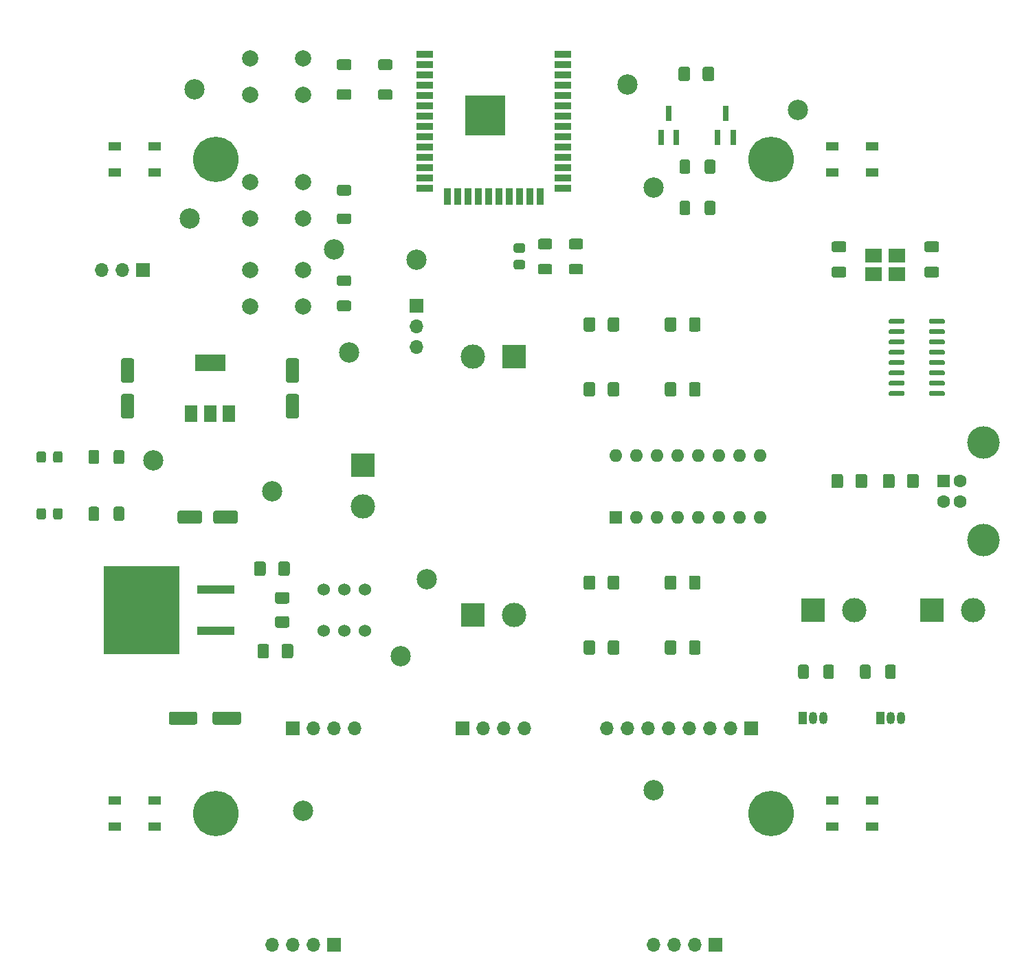
<source format=gts>
G04 #@! TF.GenerationSoftware,KiCad,Pcbnew,(5.1.8)-1*
G04 #@! TF.CreationDate,2021-12-20T19:06:15+01:00*
G04 #@! TF.ProjectId,Elab car PCB,456c6162-2063-4617-9220-5043422e6b69,rev?*
G04 #@! TF.SameCoordinates,Original*
G04 #@! TF.FileFunction,Soldermask,Top*
G04 #@! TF.FilePolarity,Negative*
%FSLAX46Y46*%
G04 Gerber Fmt 4.6, Leading zero omitted, Abs format (unit mm)*
G04 Created by KiCad (PCBNEW (5.1.8)-1) date 2021-12-20 19:06:15*
%MOMM*%
%LPD*%
G01*
G04 APERTURE LIST*
%ADD10C,1.524000*%
%ADD11C,5.600000*%
%ADD12O,1.700000X1.700000*%
%ADD13R,1.700000X1.700000*%
%ADD14R,0.800000X1.900000*%
%ADD15R,5.000000X5.000000*%
%ADD16R,2.000000X0.900000*%
%ADD17R,0.900000X2.000000*%
%ADD18C,2.500000*%
%ADD19R,1.600000X1.600000*%
%ADD20C,1.600000*%
%ADD21C,4.000000*%
%ADD22C,2.000000*%
%ADD23O,1.600000X1.600000*%
%ADD24R,4.600000X1.100000*%
%ADD25R,9.400000X10.800000*%
%ADD26R,2.100000X1.800000*%
%ADD27R,3.800000X2.000000*%
%ADD28R,1.500000X2.000000*%
%ADD29O,1.050000X1.500000*%
%ADD30R,1.050000X1.500000*%
%ADD31R,3.000000X3.000000*%
%ADD32C,3.000000*%
%ADD33R,1.500000X1.000000*%
G04 APERTURE END LIST*
D10*
X118745000Y-119380000D03*
X121285000Y-119380000D03*
X123825000Y-119380000D03*
X123825000Y-114300000D03*
X121285000Y-114300000D03*
X118745000Y-114300000D03*
D11*
X173900000Y-61300000D03*
X173900000Y-141900000D03*
X105500000Y-141900000D03*
X105500000Y-61300000D03*
D12*
X91440000Y-74930000D03*
X93980000Y-74930000D03*
D13*
X96520000Y-74930000D03*
D12*
X159385000Y-158115000D03*
X161925000Y-158115000D03*
X164465000Y-158115000D03*
D13*
X167005000Y-158115000D03*
D12*
X112395000Y-158115000D03*
X114935000Y-158115000D03*
X117475000Y-158115000D03*
D13*
X120015000Y-158115000D03*
D14*
X168275000Y-55650000D03*
X169225000Y-58650000D03*
X167325000Y-58650000D03*
X161290000Y-55650000D03*
X162240000Y-58650000D03*
X160340000Y-58650000D03*
D15*
X138700000Y-55887000D03*
D16*
X131200000Y-48387000D03*
X131200000Y-49657000D03*
X131200000Y-50927000D03*
X131200000Y-52197000D03*
X131200000Y-53467000D03*
X131200000Y-54737000D03*
X131200000Y-56007000D03*
X131200000Y-57277000D03*
X131200000Y-58547000D03*
X131200000Y-59817000D03*
X131200000Y-61087000D03*
X131200000Y-62357000D03*
X131200000Y-63627000D03*
X131200000Y-64897000D03*
D17*
X133985000Y-65897000D03*
X135255000Y-65897000D03*
X136525000Y-65897000D03*
X137795000Y-65897000D03*
X139065000Y-65897000D03*
X140335000Y-65897000D03*
X141605000Y-65897000D03*
X142875000Y-65897000D03*
X144145000Y-65897000D03*
X145415000Y-65897000D03*
D16*
X148200000Y-64897000D03*
X148200000Y-63627000D03*
X148200000Y-62357000D03*
X148200000Y-61087000D03*
X148200000Y-59817000D03*
X148200000Y-58547000D03*
X148200000Y-57277000D03*
X148200000Y-56007000D03*
X148200000Y-54737000D03*
X148200000Y-53467000D03*
X148200000Y-52197000D03*
X148200000Y-50927000D03*
X148200000Y-49657000D03*
X148200000Y-48387000D03*
D18*
X156210000Y-52070000D03*
X159385000Y-64770000D03*
X116205000Y-141605000D03*
X159385000Y-139065000D03*
X102870000Y-52705000D03*
X177165000Y-55245000D03*
X120015000Y-72390000D03*
X130175000Y-73660000D03*
X131445000Y-113030000D03*
X102235000Y-68580000D03*
X121920000Y-85090000D03*
X128270000Y-122555000D03*
X112395000Y-102235000D03*
X97790000Y-98425000D03*
D13*
X114935000Y-131445000D03*
D12*
X117475000Y-131445000D03*
X120015000Y-131445000D03*
X122555000Y-131445000D03*
D19*
X195165000Y-100965000D03*
D20*
X195165000Y-103465000D03*
X197165000Y-103465000D03*
X197165000Y-100965000D03*
D21*
X200025000Y-108215000D03*
X200025000Y-96215000D03*
G36*
G01*
X195285000Y-90020000D02*
X195285000Y-90320000D01*
G75*
G02*
X195135000Y-90470000I-150000J0D01*
G01*
X193485000Y-90470000D01*
G75*
G02*
X193335000Y-90320000I0J150000D01*
G01*
X193335000Y-90020000D01*
G75*
G02*
X193485000Y-89870000I150000J0D01*
G01*
X195135000Y-89870000D01*
G75*
G02*
X195285000Y-90020000I0J-150000D01*
G01*
G37*
G36*
G01*
X195285000Y-88750000D02*
X195285000Y-89050000D01*
G75*
G02*
X195135000Y-89200000I-150000J0D01*
G01*
X193485000Y-89200000D01*
G75*
G02*
X193335000Y-89050000I0J150000D01*
G01*
X193335000Y-88750000D01*
G75*
G02*
X193485000Y-88600000I150000J0D01*
G01*
X195135000Y-88600000D01*
G75*
G02*
X195285000Y-88750000I0J-150000D01*
G01*
G37*
G36*
G01*
X195285000Y-87480000D02*
X195285000Y-87780000D01*
G75*
G02*
X195135000Y-87930000I-150000J0D01*
G01*
X193485000Y-87930000D01*
G75*
G02*
X193335000Y-87780000I0J150000D01*
G01*
X193335000Y-87480000D01*
G75*
G02*
X193485000Y-87330000I150000J0D01*
G01*
X195135000Y-87330000D01*
G75*
G02*
X195285000Y-87480000I0J-150000D01*
G01*
G37*
G36*
G01*
X195285000Y-86210000D02*
X195285000Y-86510000D01*
G75*
G02*
X195135000Y-86660000I-150000J0D01*
G01*
X193485000Y-86660000D01*
G75*
G02*
X193335000Y-86510000I0J150000D01*
G01*
X193335000Y-86210000D01*
G75*
G02*
X193485000Y-86060000I150000J0D01*
G01*
X195135000Y-86060000D01*
G75*
G02*
X195285000Y-86210000I0J-150000D01*
G01*
G37*
G36*
G01*
X195285000Y-84940000D02*
X195285000Y-85240000D01*
G75*
G02*
X195135000Y-85390000I-150000J0D01*
G01*
X193485000Y-85390000D01*
G75*
G02*
X193335000Y-85240000I0J150000D01*
G01*
X193335000Y-84940000D01*
G75*
G02*
X193485000Y-84790000I150000J0D01*
G01*
X195135000Y-84790000D01*
G75*
G02*
X195285000Y-84940000I0J-150000D01*
G01*
G37*
G36*
G01*
X195285000Y-83670000D02*
X195285000Y-83970000D01*
G75*
G02*
X195135000Y-84120000I-150000J0D01*
G01*
X193485000Y-84120000D01*
G75*
G02*
X193335000Y-83970000I0J150000D01*
G01*
X193335000Y-83670000D01*
G75*
G02*
X193485000Y-83520000I150000J0D01*
G01*
X195135000Y-83520000D01*
G75*
G02*
X195285000Y-83670000I0J-150000D01*
G01*
G37*
G36*
G01*
X195285000Y-82400000D02*
X195285000Y-82700000D01*
G75*
G02*
X195135000Y-82850000I-150000J0D01*
G01*
X193485000Y-82850000D01*
G75*
G02*
X193335000Y-82700000I0J150000D01*
G01*
X193335000Y-82400000D01*
G75*
G02*
X193485000Y-82250000I150000J0D01*
G01*
X195135000Y-82250000D01*
G75*
G02*
X195285000Y-82400000I0J-150000D01*
G01*
G37*
G36*
G01*
X195285000Y-81130000D02*
X195285000Y-81430000D01*
G75*
G02*
X195135000Y-81580000I-150000J0D01*
G01*
X193485000Y-81580000D01*
G75*
G02*
X193335000Y-81430000I0J150000D01*
G01*
X193335000Y-81130000D01*
G75*
G02*
X193485000Y-80980000I150000J0D01*
G01*
X195135000Y-80980000D01*
G75*
G02*
X195285000Y-81130000I0J-150000D01*
G01*
G37*
G36*
G01*
X190335000Y-81130000D02*
X190335000Y-81430000D01*
G75*
G02*
X190185000Y-81580000I-150000J0D01*
G01*
X188535000Y-81580000D01*
G75*
G02*
X188385000Y-81430000I0J150000D01*
G01*
X188385000Y-81130000D01*
G75*
G02*
X188535000Y-80980000I150000J0D01*
G01*
X190185000Y-80980000D01*
G75*
G02*
X190335000Y-81130000I0J-150000D01*
G01*
G37*
G36*
G01*
X190335000Y-82400000D02*
X190335000Y-82700000D01*
G75*
G02*
X190185000Y-82850000I-150000J0D01*
G01*
X188535000Y-82850000D01*
G75*
G02*
X188385000Y-82700000I0J150000D01*
G01*
X188385000Y-82400000D01*
G75*
G02*
X188535000Y-82250000I150000J0D01*
G01*
X190185000Y-82250000D01*
G75*
G02*
X190335000Y-82400000I0J-150000D01*
G01*
G37*
G36*
G01*
X190335000Y-83670000D02*
X190335000Y-83970000D01*
G75*
G02*
X190185000Y-84120000I-150000J0D01*
G01*
X188535000Y-84120000D01*
G75*
G02*
X188385000Y-83970000I0J150000D01*
G01*
X188385000Y-83670000D01*
G75*
G02*
X188535000Y-83520000I150000J0D01*
G01*
X190185000Y-83520000D01*
G75*
G02*
X190335000Y-83670000I0J-150000D01*
G01*
G37*
G36*
G01*
X190335000Y-84940000D02*
X190335000Y-85240000D01*
G75*
G02*
X190185000Y-85390000I-150000J0D01*
G01*
X188535000Y-85390000D01*
G75*
G02*
X188385000Y-85240000I0J150000D01*
G01*
X188385000Y-84940000D01*
G75*
G02*
X188535000Y-84790000I150000J0D01*
G01*
X190185000Y-84790000D01*
G75*
G02*
X190335000Y-84940000I0J-150000D01*
G01*
G37*
G36*
G01*
X190335000Y-86210000D02*
X190335000Y-86510000D01*
G75*
G02*
X190185000Y-86660000I-150000J0D01*
G01*
X188535000Y-86660000D01*
G75*
G02*
X188385000Y-86510000I0J150000D01*
G01*
X188385000Y-86210000D01*
G75*
G02*
X188535000Y-86060000I150000J0D01*
G01*
X190185000Y-86060000D01*
G75*
G02*
X190335000Y-86210000I0J-150000D01*
G01*
G37*
G36*
G01*
X190335000Y-87480000D02*
X190335000Y-87780000D01*
G75*
G02*
X190185000Y-87930000I-150000J0D01*
G01*
X188535000Y-87930000D01*
G75*
G02*
X188385000Y-87780000I0J150000D01*
G01*
X188385000Y-87480000D01*
G75*
G02*
X188535000Y-87330000I150000J0D01*
G01*
X190185000Y-87330000D01*
G75*
G02*
X190335000Y-87480000I0J-150000D01*
G01*
G37*
G36*
G01*
X190335000Y-88750000D02*
X190335000Y-89050000D01*
G75*
G02*
X190185000Y-89200000I-150000J0D01*
G01*
X188535000Y-89200000D01*
G75*
G02*
X188385000Y-89050000I0J150000D01*
G01*
X188385000Y-88750000D01*
G75*
G02*
X188535000Y-88600000I150000J0D01*
G01*
X190185000Y-88600000D01*
G75*
G02*
X190335000Y-88750000I0J-150000D01*
G01*
G37*
G36*
G01*
X190335000Y-90020000D02*
X190335000Y-90320000D01*
G75*
G02*
X190185000Y-90470000I-150000J0D01*
G01*
X188535000Y-90470000D01*
G75*
G02*
X188385000Y-90320000I0J150000D01*
G01*
X188385000Y-90020000D01*
G75*
G02*
X188535000Y-89870000I150000J0D01*
G01*
X190185000Y-89870000D01*
G75*
G02*
X190335000Y-90020000I0J-150000D01*
G01*
G37*
D22*
X109705000Y-79430000D03*
X109705000Y-74930000D03*
X116205000Y-79430000D03*
X116205000Y-74930000D03*
X109705000Y-68635000D03*
X109705000Y-64135000D03*
X116205000Y-68635000D03*
X116205000Y-64135000D03*
X109705000Y-53395000D03*
X109705000Y-48895000D03*
X116205000Y-53340000D03*
X116205000Y-48895000D03*
D19*
X154749500Y-105410000D03*
D23*
X172529500Y-97790000D03*
X157289500Y-105410000D03*
X169989500Y-97790000D03*
X159829500Y-105410000D03*
X167449500Y-97790000D03*
X162369500Y-105410000D03*
X164909500Y-97790000D03*
X164909500Y-105410000D03*
X162369500Y-97790000D03*
X167449500Y-105410000D03*
X159829500Y-97790000D03*
X169989500Y-105410000D03*
X157289500Y-97790000D03*
X172529500Y-105410000D03*
X154749500Y-97790000D03*
D24*
X105470000Y-119380000D03*
X105470000Y-114300000D03*
D25*
X96320000Y-116840000D03*
G36*
G01*
X166882500Y-50175000D02*
X166882500Y-51425000D01*
G75*
G02*
X166632500Y-51675000I-250000J0D01*
G01*
X165707500Y-51675000D01*
G75*
G02*
X165457500Y-51425000I0J250000D01*
G01*
X165457500Y-50175000D01*
G75*
G02*
X165707500Y-49925000I250000J0D01*
G01*
X166632500Y-49925000D01*
G75*
G02*
X166882500Y-50175000I0J-250000D01*
G01*
G37*
G36*
G01*
X163907500Y-50175000D02*
X163907500Y-51425000D01*
G75*
G02*
X163657500Y-51675000I-250000J0D01*
G01*
X162732500Y-51675000D01*
G75*
G02*
X162482500Y-51425000I0J250000D01*
G01*
X162482500Y-50175000D01*
G75*
G02*
X162732500Y-49925000I250000J0D01*
G01*
X163657500Y-49925000D01*
G75*
G02*
X163907500Y-50175000I0J-250000D01*
G01*
G37*
G36*
G01*
X114595000Y-111135000D02*
X114595000Y-112385000D01*
G75*
G02*
X114345000Y-112635000I-250000J0D01*
G01*
X113420000Y-112635000D01*
G75*
G02*
X113170000Y-112385000I0J250000D01*
G01*
X113170000Y-111135000D01*
G75*
G02*
X113420000Y-110885000I250000J0D01*
G01*
X114345000Y-110885000D01*
G75*
G02*
X114595000Y-111135000I0J-250000D01*
G01*
G37*
G36*
G01*
X111620000Y-111135000D02*
X111620000Y-112385000D01*
G75*
G02*
X111370000Y-112635000I-250000J0D01*
G01*
X110445000Y-112635000D01*
G75*
G02*
X110195000Y-112385000I0J250000D01*
G01*
X110195000Y-111135000D01*
G75*
G02*
X110445000Y-110885000I250000J0D01*
G01*
X111370000Y-110885000D01*
G75*
G02*
X111620000Y-111135000I0J-250000D01*
G01*
G37*
G36*
G01*
X114290000Y-119040000D02*
X113040000Y-119040000D01*
G75*
G02*
X112790000Y-118790000I0J250000D01*
G01*
X112790000Y-117865000D01*
G75*
G02*
X113040000Y-117615000I250000J0D01*
G01*
X114290000Y-117615000D01*
G75*
G02*
X114540000Y-117865000I0J-250000D01*
G01*
X114540000Y-118790000D01*
G75*
G02*
X114290000Y-119040000I-250000J0D01*
G01*
G37*
G36*
G01*
X114290000Y-116065000D02*
X113040000Y-116065000D01*
G75*
G02*
X112790000Y-115815000I0J250000D01*
G01*
X112790000Y-114890000D01*
G75*
G02*
X113040000Y-114640000I250000J0D01*
G01*
X114290000Y-114640000D01*
G75*
G02*
X114540000Y-114890000I0J-250000D01*
G01*
X114540000Y-115815000D01*
G75*
G02*
X114290000Y-116065000I-250000J0D01*
G01*
G37*
G36*
G01*
X160800000Y-90286500D02*
X160800000Y-89036500D01*
G75*
G02*
X161050000Y-88786500I250000J0D01*
G01*
X161975000Y-88786500D01*
G75*
G02*
X162225000Y-89036500I0J-250000D01*
G01*
X162225000Y-90286500D01*
G75*
G02*
X161975000Y-90536500I-250000J0D01*
G01*
X161050000Y-90536500D01*
G75*
G02*
X160800000Y-90286500I0J250000D01*
G01*
G37*
G36*
G01*
X163775000Y-90286500D02*
X163775000Y-89036500D01*
G75*
G02*
X164025000Y-88786500I250000J0D01*
G01*
X164950000Y-88786500D01*
G75*
G02*
X165200000Y-89036500I0J-250000D01*
G01*
X165200000Y-90286500D01*
G75*
G02*
X164950000Y-90536500I-250000J0D01*
G01*
X164025000Y-90536500D01*
G75*
G02*
X163775000Y-90286500I0J250000D01*
G01*
G37*
G36*
G01*
X150800000Y-90286500D02*
X150800000Y-89036500D01*
G75*
G02*
X151050000Y-88786500I250000J0D01*
G01*
X151975000Y-88786500D01*
G75*
G02*
X152225000Y-89036500I0J-250000D01*
G01*
X152225000Y-90286500D01*
G75*
G02*
X151975000Y-90536500I-250000J0D01*
G01*
X151050000Y-90536500D01*
G75*
G02*
X150800000Y-90286500I0J250000D01*
G01*
G37*
G36*
G01*
X153775000Y-90286500D02*
X153775000Y-89036500D01*
G75*
G02*
X154025000Y-88786500I250000J0D01*
G01*
X154950000Y-88786500D01*
G75*
G02*
X155200000Y-89036500I0J-250000D01*
G01*
X155200000Y-90286500D01*
G75*
G02*
X154950000Y-90536500I-250000J0D01*
G01*
X154025000Y-90536500D01*
G75*
G02*
X153775000Y-90286500I0J250000D01*
G01*
G37*
G36*
G01*
X160800000Y-114100000D02*
X160800000Y-112850000D01*
G75*
G02*
X161050000Y-112600000I250000J0D01*
G01*
X161975000Y-112600000D01*
G75*
G02*
X162225000Y-112850000I0J-250000D01*
G01*
X162225000Y-114100000D01*
G75*
G02*
X161975000Y-114350000I-250000J0D01*
G01*
X161050000Y-114350000D01*
G75*
G02*
X160800000Y-114100000I0J250000D01*
G01*
G37*
G36*
G01*
X163775000Y-114100000D02*
X163775000Y-112850000D01*
G75*
G02*
X164025000Y-112600000I250000J0D01*
G01*
X164950000Y-112600000D01*
G75*
G02*
X165200000Y-112850000I0J-250000D01*
G01*
X165200000Y-114100000D01*
G75*
G02*
X164950000Y-114350000I-250000J0D01*
G01*
X164025000Y-114350000D01*
G75*
G02*
X163775000Y-114100000I0J250000D01*
G01*
G37*
G36*
G01*
X150800000Y-122100000D02*
X150800000Y-120850000D01*
G75*
G02*
X151050000Y-120600000I250000J0D01*
G01*
X151975000Y-120600000D01*
G75*
G02*
X152225000Y-120850000I0J-250000D01*
G01*
X152225000Y-122100000D01*
G75*
G02*
X151975000Y-122350000I-250000J0D01*
G01*
X151050000Y-122350000D01*
G75*
G02*
X150800000Y-122100000I0J250000D01*
G01*
G37*
G36*
G01*
X153775000Y-122100000D02*
X153775000Y-120850000D01*
G75*
G02*
X154025000Y-120600000I250000J0D01*
G01*
X154950000Y-120600000D01*
G75*
G02*
X155200000Y-120850000I0J-250000D01*
G01*
X155200000Y-122100000D01*
G75*
G02*
X154950000Y-122350000I-250000J0D01*
G01*
X154025000Y-122350000D01*
G75*
G02*
X153775000Y-122100000I0J250000D01*
G01*
G37*
G36*
G01*
X160800000Y-82286500D02*
X160800000Y-81036500D01*
G75*
G02*
X161050000Y-80786500I250000J0D01*
G01*
X161975000Y-80786500D01*
G75*
G02*
X162225000Y-81036500I0J-250000D01*
G01*
X162225000Y-82286500D01*
G75*
G02*
X161975000Y-82536500I-250000J0D01*
G01*
X161050000Y-82536500D01*
G75*
G02*
X160800000Y-82286500I0J250000D01*
G01*
G37*
G36*
G01*
X163775000Y-82286500D02*
X163775000Y-81036500D01*
G75*
G02*
X164025000Y-80786500I250000J0D01*
G01*
X164950000Y-80786500D01*
G75*
G02*
X165200000Y-81036500I0J-250000D01*
G01*
X165200000Y-82286500D01*
G75*
G02*
X164950000Y-82536500I-250000J0D01*
G01*
X164025000Y-82536500D01*
G75*
G02*
X163775000Y-82286500I0J250000D01*
G01*
G37*
G36*
G01*
X150800000Y-82286500D02*
X150800000Y-81036500D01*
G75*
G02*
X151050000Y-80786500I250000J0D01*
G01*
X151975000Y-80786500D01*
G75*
G02*
X152225000Y-81036500I0J-250000D01*
G01*
X152225000Y-82286500D01*
G75*
G02*
X151975000Y-82536500I-250000J0D01*
G01*
X151050000Y-82536500D01*
G75*
G02*
X150800000Y-82286500I0J250000D01*
G01*
G37*
G36*
G01*
X153775000Y-82286500D02*
X153775000Y-81036500D01*
G75*
G02*
X154025000Y-80786500I250000J0D01*
G01*
X154950000Y-80786500D01*
G75*
G02*
X155200000Y-81036500I0J-250000D01*
G01*
X155200000Y-82286500D01*
G75*
G02*
X154950000Y-82536500I-250000J0D01*
G01*
X154025000Y-82536500D01*
G75*
G02*
X153775000Y-82286500I0J250000D01*
G01*
G37*
G36*
G01*
X160800000Y-122100000D02*
X160800000Y-120850000D01*
G75*
G02*
X161050000Y-120600000I250000J0D01*
G01*
X161975000Y-120600000D01*
G75*
G02*
X162225000Y-120850000I0J-250000D01*
G01*
X162225000Y-122100000D01*
G75*
G02*
X161975000Y-122350000I-250000J0D01*
G01*
X161050000Y-122350000D01*
G75*
G02*
X160800000Y-122100000I0J250000D01*
G01*
G37*
G36*
G01*
X163775000Y-122100000D02*
X163775000Y-120850000D01*
G75*
G02*
X164025000Y-120600000I250000J0D01*
G01*
X164950000Y-120600000D01*
G75*
G02*
X165200000Y-120850000I0J-250000D01*
G01*
X165200000Y-122100000D01*
G75*
G02*
X164950000Y-122350000I-250000J0D01*
G01*
X164025000Y-122350000D01*
G75*
G02*
X163775000Y-122100000I0J250000D01*
G01*
G37*
G36*
G01*
X150800000Y-114100000D02*
X150800000Y-112850000D01*
G75*
G02*
X151050000Y-112600000I250000J0D01*
G01*
X151975000Y-112600000D01*
G75*
G02*
X152225000Y-112850000I0J-250000D01*
G01*
X152225000Y-114100000D01*
G75*
G02*
X151975000Y-114350000I-250000J0D01*
G01*
X151050000Y-114350000D01*
G75*
G02*
X150800000Y-114100000I0J250000D01*
G01*
G37*
G36*
G01*
X153775000Y-114100000D02*
X153775000Y-112850000D01*
G75*
G02*
X154025000Y-112600000I250000J0D01*
G01*
X154950000Y-112600000D01*
G75*
G02*
X155200000Y-112850000I0J-250000D01*
G01*
X155200000Y-114100000D01*
G75*
G02*
X154950000Y-114350000I-250000J0D01*
G01*
X154025000Y-114350000D01*
G75*
G02*
X153775000Y-114100000I0J250000D01*
G01*
G37*
G36*
G01*
X110612500Y-122545000D02*
X110612500Y-121295000D01*
G75*
G02*
X110862500Y-121045000I250000J0D01*
G01*
X111787500Y-121045000D01*
G75*
G02*
X112037500Y-121295000I0J-250000D01*
G01*
X112037500Y-122545000D01*
G75*
G02*
X111787500Y-122795000I-250000J0D01*
G01*
X110862500Y-122795000D01*
G75*
G02*
X110612500Y-122545000I0J250000D01*
G01*
G37*
G36*
G01*
X113587500Y-122545000D02*
X113587500Y-121295000D01*
G75*
G02*
X113837500Y-121045000I250000J0D01*
G01*
X114762500Y-121045000D01*
G75*
G02*
X115012500Y-121295000I0J-250000D01*
G01*
X115012500Y-122545000D01*
G75*
G02*
X114762500Y-122795000I-250000J0D01*
G01*
X113837500Y-122795000D01*
G75*
G02*
X113587500Y-122545000I0J250000D01*
G01*
G37*
G36*
G01*
X181315000Y-101590000D02*
X181315000Y-100340000D01*
G75*
G02*
X181565000Y-100090000I250000J0D01*
G01*
X182490000Y-100090000D01*
G75*
G02*
X182740000Y-100340000I0J-250000D01*
G01*
X182740000Y-101590000D01*
G75*
G02*
X182490000Y-101840000I-250000J0D01*
G01*
X181565000Y-101840000D01*
G75*
G02*
X181315000Y-101590000I0J250000D01*
G01*
G37*
G36*
G01*
X184290000Y-101590000D02*
X184290000Y-100340000D01*
G75*
G02*
X184540000Y-100090000I250000J0D01*
G01*
X185465000Y-100090000D01*
G75*
G02*
X185715000Y-100340000I0J-250000D01*
G01*
X185715000Y-101590000D01*
G75*
G02*
X185465000Y-101840000I-250000J0D01*
G01*
X184540000Y-101840000D01*
G75*
G02*
X184290000Y-101590000I0J250000D01*
G01*
G37*
D26*
X186510000Y-75445000D03*
X189410000Y-75445000D03*
X189410000Y-73145000D03*
X186510000Y-73145000D03*
D27*
X104775000Y-86360000D03*
D28*
X104775000Y-92660000D03*
X107075000Y-92660000D03*
X102475000Y-92660000D03*
G36*
G01*
X184845000Y-125085000D02*
X184845000Y-123835000D01*
G75*
G02*
X185095000Y-123585000I250000J0D01*
G01*
X185895000Y-123585000D01*
G75*
G02*
X186145000Y-123835000I0J-250000D01*
G01*
X186145000Y-125085000D01*
G75*
G02*
X185895000Y-125335000I-250000J0D01*
G01*
X185095000Y-125335000D01*
G75*
G02*
X184845000Y-125085000I0J250000D01*
G01*
G37*
G36*
G01*
X187945000Y-125085000D02*
X187945000Y-123835000D01*
G75*
G02*
X188195000Y-123585000I250000J0D01*
G01*
X188995000Y-123585000D01*
G75*
G02*
X189245000Y-123835000I0J-250000D01*
G01*
X189245000Y-125085000D01*
G75*
G02*
X188995000Y-125335000I-250000J0D01*
G01*
X188195000Y-125335000D01*
G75*
G02*
X187945000Y-125085000I0J250000D01*
G01*
G37*
G36*
G01*
X177225000Y-125085000D02*
X177225000Y-123835000D01*
G75*
G02*
X177475000Y-123585000I250000J0D01*
G01*
X178275000Y-123585000D01*
G75*
G02*
X178525000Y-123835000I0J-250000D01*
G01*
X178525000Y-125085000D01*
G75*
G02*
X178275000Y-125335000I-250000J0D01*
G01*
X177475000Y-125335000D01*
G75*
G02*
X177225000Y-125085000I0J250000D01*
G01*
G37*
G36*
G01*
X180325000Y-125085000D02*
X180325000Y-123835000D01*
G75*
G02*
X180575000Y-123585000I250000J0D01*
G01*
X181375000Y-123585000D01*
G75*
G02*
X181625000Y-123835000I0J-250000D01*
G01*
X181625000Y-125085000D01*
G75*
G02*
X181375000Y-125335000I-250000J0D01*
G01*
X180575000Y-125335000D01*
G75*
G02*
X180325000Y-125085000I0J250000D01*
G01*
G37*
G36*
G01*
X150485000Y-75505000D02*
X149235000Y-75505000D01*
G75*
G02*
X148985000Y-75255000I0J250000D01*
G01*
X148985000Y-74455000D01*
G75*
G02*
X149235000Y-74205000I250000J0D01*
G01*
X150485000Y-74205000D01*
G75*
G02*
X150735000Y-74455000I0J-250000D01*
G01*
X150735000Y-75255000D01*
G75*
G02*
X150485000Y-75505000I-250000J0D01*
G01*
G37*
G36*
G01*
X150485000Y-72405000D02*
X149235000Y-72405000D01*
G75*
G02*
X148985000Y-72155000I0J250000D01*
G01*
X148985000Y-71355000D01*
G75*
G02*
X149235000Y-71105000I250000J0D01*
G01*
X150485000Y-71105000D01*
G75*
G02*
X150735000Y-71355000I0J-250000D01*
G01*
X150735000Y-72155000D01*
G75*
G02*
X150485000Y-72405000I-250000J0D01*
G01*
G37*
G36*
G01*
X162620000Y-62855000D02*
X162620000Y-61605000D01*
G75*
G02*
X162870000Y-61355000I250000J0D01*
G01*
X163670000Y-61355000D01*
G75*
G02*
X163920000Y-61605000I0J-250000D01*
G01*
X163920000Y-62855000D01*
G75*
G02*
X163670000Y-63105000I-250000J0D01*
G01*
X162870000Y-63105000D01*
G75*
G02*
X162620000Y-62855000I0J250000D01*
G01*
G37*
G36*
G01*
X165720000Y-62855000D02*
X165720000Y-61605000D01*
G75*
G02*
X165970000Y-61355000I250000J0D01*
G01*
X166770000Y-61355000D01*
G75*
G02*
X167020000Y-61605000I0J-250000D01*
G01*
X167020000Y-62855000D01*
G75*
G02*
X166770000Y-63105000I-250000J0D01*
G01*
X165970000Y-63105000D01*
G75*
G02*
X165720000Y-62855000I0J250000D01*
G01*
G37*
G36*
G01*
X167020000Y-66685000D02*
X167020000Y-67935000D01*
G75*
G02*
X166770000Y-68185000I-250000J0D01*
G01*
X165970000Y-68185000D01*
G75*
G02*
X165720000Y-67935000I0J250000D01*
G01*
X165720000Y-66685000D01*
G75*
G02*
X165970000Y-66435000I250000J0D01*
G01*
X166770000Y-66435000D01*
G75*
G02*
X167020000Y-66685000I0J-250000D01*
G01*
G37*
G36*
G01*
X163920000Y-66685000D02*
X163920000Y-67935000D01*
G75*
G02*
X163670000Y-68185000I-250000J0D01*
G01*
X162870000Y-68185000D01*
G75*
G02*
X162620000Y-67935000I0J250000D01*
G01*
X162620000Y-66685000D01*
G75*
G02*
X162870000Y-66435000I250000J0D01*
G01*
X163670000Y-66435000D01*
G75*
G02*
X163920000Y-66685000I0J-250000D01*
G01*
G37*
G36*
G01*
X94200000Y-104375000D02*
X94200000Y-105625000D01*
G75*
G02*
X93950000Y-105875000I-250000J0D01*
G01*
X93150000Y-105875000D01*
G75*
G02*
X92900000Y-105625000I0J250000D01*
G01*
X92900000Y-104375000D01*
G75*
G02*
X93150000Y-104125000I250000J0D01*
G01*
X93950000Y-104125000D01*
G75*
G02*
X94200000Y-104375000I0J-250000D01*
G01*
G37*
G36*
G01*
X91100000Y-104375000D02*
X91100000Y-105625000D01*
G75*
G02*
X90850000Y-105875000I-250000J0D01*
G01*
X90050000Y-105875000D01*
G75*
G02*
X89800000Y-105625000I0J250000D01*
G01*
X89800000Y-104375000D01*
G75*
G02*
X90050000Y-104125000I250000J0D01*
G01*
X90850000Y-104125000D01*
G75*
G02*
X91100000Y-104375000I0J-250000D01*
G01*
G37*
G36*
G01*
X94200000Y-97375000D02*
X94200000Y-98625000D01*
G75*
G02*
X93950000Y-98875000I-250000J0D01*
G01*
X93150000Y-98875000D01*
G75*
G02*
X92900000Y-98625000I0J250000D01*
G01*
X92900000Y-97375000D01*
G75*
G02*
X93150000Y-97125000I250000J0D01*
G01*
X93950000Y-97125000D01*
G75*
G02*
X94200000Y-97375000I0J-250000D01*
G01*
G37*
G36*
G01*
X91100000Y-97375000D02*
X91100000Y-98625000D01*
G75*
G02*
X90850000Y-98875000I-250000J0D01*
G01*
X90050000Y-98875000D01*
G75*
G02*
X89800000Y-98625000I0J250000D01*
G01*
X89800000Y-97375000D01*
G75*
G02*
X90050000Y-97125000I250000J0D01*
G01*
X90850000Y-97125000D01*
G75*
G02*
X91100000Y-97375000I0J-250000D01*
G01*
G37*
G36*
G01*
X121910000Y-80025000D02*
X120660000Y-80025000D01*
G75*
G02*
X120410000Y-79775000I0J250000D01*
G01*
X120410000Y-78975000D01*
G75*
G02*
X120660000Y-78725000I250000J0D01*
G01*
X121910000Y-78725000D01*
G75*
G02*
X122160000Y-78975000I0J-250000D01*
G01*
X122160000Y-79775000D01*
G75*
G02*
X121910000Y-80025000I-250000J0D01*
G01*
G37*
G36*
G01*
X121910000Y-76925000D02*
X120660000Y-76925000D01*
G75*
G02*
X120410000Y-76675000I0J250000D01*
G01*
X120410000Y-75875000D01*
G75*
G02*
X120660000Y-75625000I250000J0D01*
G01*
X121910000Y-75625000D01*
G75*
G02*
X122160000Y-75875000I0J-250000D01*
G01*
X122160000Y-76675000D01*
G75*
G02*
X121910000Y-76925000I-250000J0D01*
G01*
G37*
G36*
G01*
X121910400Y-69285000D02*
X120659600Y-69285000D01*
G75*
G02*
X120410000Y-69035400I0J249600D01*
G01*
X120410000Y-68234600D01*
G75*
G02*
X120659600Y-67985000I249600J0D01*
G01*
X121910400Y-67985000D01*
G75*
G02*
X122160000Y-68234600I0J-249600D01*
G01*
X122160000Y-69035400D01*
G75*
G02*
X121910400Y-69285000I-249600J0D01*
G01*
G37*
G36*
G01*
X121910000Y-65775000D02*
X120660000Y-65775000D01*
G75*
G02*
X120410000Y-65525000I0J250000D01*
G01*
X120410000Y-64725000D01*
G75*
G02*
X120660000Y-64475000I250000J0D01*
G01*
X121910000Y-64475000D01*
G75*
G02*
X122160000Y-64725000I0J-250000D01*
G01*
X122160000Y-65525000D01*
G75*
G02*
X121910000Y-65775000I-250000J0D01*
G01*
G37*
G36*
G01*
X125739600Y-49007000D02*
X126990400Y-49007000D01*
G75*
G02*
X127240000Y-49256600I0J-249600D01*
G01*
X127240000Y-50057400D01*
G75*
G02*
X126990400Y-50307000I-249600J0D01*
G01*
X125739600Y-50307000D01*
G75*
G02*
X125490000Y-50057400I0J249600D01*
G01*
X125490000Y-49256600D01*
G75*
G02*
X125739600Y-49007000I249600J0D01*
G01*
G37*
G36*
G01*
X125740000Y-52690000D02*
X126990000Y-52690000D01*
G75*
G02*
X127240000Y-52940000I0J-250000D01*
G01*
X127240000Y-53740000D01*
G75*
G02*
X126990000Y-53990000I-250000J0D01*
G01*
X125740000Y-53990000D01*
G75*
G02*
X125490000Y-53740000I0J250000D01*
G01*
X125490000Y-52940000D01*
G75*
G02*
X125740000Y-52690000I250000J0D01*
G01*
G37*
G36*
G01*
X146675000Y-75505000D02*
X145425000Y-75505000D01*
G75*
G02*
X145175000Y-75255000I0J250000D01*
G01*
X145175000Y-74455000D01*
G75*
G02*
X145425000Y-74205000I250000J0D01*
G01*
X146675000Y-74205000D01*
G75*
G02*
X146925000Y-74455000I0J-250000D01*
G01*
X146925000Y-75255000D01*
G75*
G02*
X146675000Y-75505000I-250000J0D01*
G01*
G37*
G36*
G01*
X146675000Y-72405000D02*
X145425000Y-72405000D01*
G75*
G02*
X145175000Y-72155000I0J250000D01*
G01*
X145175000Y-71355000D01*
G75*
G02*
X145425000Y-71105000I250000J0D01*
G01*
X146675000Y-71105000D01*
G75*
G02*
X146925000Y-71355000I0J-250000D01*
G01*
X146925000Y-72155000D01*
G75*
G02*
X146675000Y-72405000I-250000J0D01*
G01*
G37*
D29*
X188595000Y-130175000D03*
X189865000Y-130175000D03*
D30*
X187325000Y-130175000D03*
D29*
X179070000Y-130175000D03*
X180340000Y-130175000D03*
D30*
X177800000Y-130175000D03*
D31*
X179070000Y-116840000D03*
D32*
X184150000Y-116840000D03*
D31*
X193675000Y-116840000D03*
D32*
X198755000Y-116840000D03*
D13*
X171450000Y-131445000D03*
D12*
X168910000Y-131445000D03*
X166370000Y-131445000D03*
X163830000Y-131445000D03*
X161290000Y-131445000D03*
X158750000Y-131445000D03*
X156210000Y-131445000D03*
X153670000Y-131445000D03*
D13*
X130175000Y-79375000D03*
D12*
X130175000Y-81915000D03*
X130175000Y-84455000D03*
D13*
X135890000Y-131445000D03*
D12*
X138430000Y-131445000D03*
X140970000Y-131445000D03*
X143510000Y-131445000D03*
D31*
X142240000Y-85661500D03*
D32*
X137160000Y-85661500D03*
D31*
X137160000Y-117475000D03*
D32*
X142240000Y-117475000D03*
D31*
X123634500Y-98996500D03*
D32*
X123634500Y-104076500D03*
G36*
G01*
X187665000Y-101590000D02*
X187665000Y-100340000D01*
G75*
G02*
X187915000Y-100090000I250000J0D01*
G01*
X188840000Y-100090000D01*
G75*
G02*
X189090000Y-100340000I0J-250000D01*
G01*
X189090000Y-101590000D01*
G75*
G02*
X188840000Y-101840000I-250000J0D01*
G01*
X187915000Y-101840000D01*
G75*
G02*
X187665000Y-101590000I0J250000D01*
G01*
G37*
G36*
G01*
X190640000Y-101590000D02*
X190640000Y-100340000D01*
G75*
G02*
X190890000Y-100090000I250000J0D01*
G01*
X191815000Y-100090000D01*
G75*
G02*
X192065000Y-100340000I0J-250000D01*
G01*
X192065000Y-101590000D01*
G75*
G02*
X191815000Y-101840000I-250000J0D01*
G01*
X190890000Y-101840000D01*
G75*
G02*
X190640000Y-101590000I0J250000D01*
G01*
G37*
G36*
G01*
X83400000Y-105450001D02*
X83400000Y-104549999D01*
G75*
G02*
X83649999Y-104300000I249999J0D01*
G01*
X84300001Y-104300000D01*
G75*
G02*
X84550000Y-104549999I0J-249999D01*
G01*
X84550000Y-105450001D01*
G75*
G02*
X84300001Y-105700000I-249999J0D01*
G01*
X83649999Y-105700000D01*
G75*
G02*
X83400000Y-105450001I0J249999D01*
G01*
G37*
G36*
G01*
X85450000Y-105450001D02*
X85450000Y-104549999D01*
G75*
G02*
X85699999Y-104300000I249999J0D01*
G01*
X86350001Y-104300000D01*
G75*
G02*
X86600000Y-104549999I0J-249999D01*
G01*
X86600000Y-105450001D01*
G75*
G02*
X86350001Y-105700000I-249999J0D01*
G01*
X85699999Y-105700000D01*
G75*
G02*
X85450000Y-105450001I0J249999D01*
G01*
G37*
G36*
G01*
X83400000Y-98450001D02*
X83400000Y-97549999D01*
G75*
G02*
X83649999Y-97300000I249999J0D01*
G01*
X84300001Y-97300000D01*
G75*
G02*
X84550000Y-97549999I0J-249999D01*
G01*
X84550000Y-98450001D01*
G75*
G02*
X84300001Y-98700000I-249999J0D01*
G01*
X83649999Y-98700000D01*
G75*
G02*
X83400000Y-98450001I0J249999D01*
G01*
G37*
G36*
G01*
X85450000Y-98450001D02*
X85450000Y-97549999D01*
G75*
G02*
X85699999Y-97300000I249999J0D01*
G01*
X86350001Y-97300000D01*
G75*
G02*
X86600000Y-97549999I0J-249999D01*
G01*
X86600000Y-98450001D01*
G75*
G02*
X86350001Y-98700000I-249999J0D01*
G01*
X85699999Y-98700000D01*
G75*
G02*
X85450000Y-98450001I0J249999D01*
G01*
G37*
G36*
G01*
X143325001Y-74870000D02*
X142424999Y-74870000D01*
G75*
G02*
X142175000Y-74620001I0J249999D01*
G01*
X142175000Y-73969999D01*
G75*
G02*
X142424999Y-73720000I249999J0D01*
G01*
X143325001Y-73720000D01*
G75*
G02*
X143575000Y-73969999I0J-249999D01*
G01*
X143575000Y-74620001D01*
G75*
G02*
X143325001Y-74870000I-249999J0D01*
G01*
G37*
G36*
G01*
X143325001Y-72820000D02*
X142424999Y-72820000D01*
G75*
G02*
X142175000Y-72570001I0J249999D01*
G01*
X142175000Y-71919999D01*
G75*
G02*
X142424999Y-71670000I249999J0D01*
G01*
X143325001Y-71670000D01*
G75*
G02*
X143575000Y-71919999I0J-249999D01*
G01*
X143575000Y-72570001D01*
G75*
G02*
X143325001Y-72820000I-249999J0D01*
G01*
G37*
D33*
X186350000Y-62900000D03*
X186350000Y-59700000D03*
X181450000Y-62900000D03*
X181450000Y-59700000D03*
X186350000Y-143500000D03*
X186350000Y-140300000D03*
X181450000Y-143500000D03*
X181450000Y-140300000D03*
X97950000Y-143500000D03*
X97950000Y-140300000D03*
X93050000Y-143500000D03*
X93050000Y-140300000D03*
X97950000Y-62900000D03*
X97950000Y-59700000D03*
X93050000Y-62900000D03*
X93050000Y-59700000D03*
G36*
G01*
X121935001Y-54002500D02*
X120634999Y-54002500D01*
G75*
G02*
X120385000Y-53752501I0J249999D01*
G01*
X120385000Y-52927499D01*
G75*
G02*
X120634999Y-52677500I249999J0D01*
G01*
X121935001Y-52677500D01*
G75*
G02*
X122185000Y-52927499I0J-249999D01*
G01*
X122185000Y-53752501D01*
G75*
G02*
X121935001Y-54002500I-249999J0D01*
G01*
G37*
G36*
G01*
X121934575Y-50319500D02*
X120635425Y-50319500D01*
G75*
G02*
X120385000Y-50069075I0J250425D01*
G01*
X120385000Y-49244925D01*
G75*
G02*
X120635425Y-48994500I250425J0D01*
G01*
X121934575Y-48994500D01*
G75*
G02*
X122185000Y-49244925I0J-250425D01*
G01*
X122185000Y-50069075D01*
G75*
G02*
X121934575Y-50319500I-250425J0D01*
G01*
G37*
G36*
G01*
X108180000Y-104860000D02*
X108180000Y-105960000D01*
G75*
G02*
X107930000Y-106210000I-250000J0D01*
G01*
X105430000Y-106210000D01*
G75*
G02*
X105180000Y-105960000I0J250000D01*
G01*
X105180000Y-104860000D01*
G75*
G02*
X105430000Y-104610000I250000J0D01*
G01*
X107930000Y-104610000D01*
G75*
G02*
X108180000Y-104860000I0J-250000D01*
G01*
G37*
G36*
G01*
X103780000Y-104860000D02*
X103780000Y-105960000D01*
G75*
G02*
X103530000Y-106210000I-250000J0D01*
G01*
X101030000Y-106210000D01*
G75*
G02*
X100780000Y-105960000I0J250000D01*
G01*
X100780000Y-104860000D01*
G75*
G02*
X101030000Y-104610000I250000J0D01*
G01*
X103530000Y-104610000D01*
G75*
G02*
X103780000Y-104860000I0J-250000D01*
G01*
G37*
G36*
G01*
X108590000Y-129625000D02*
X108590000Y-130725000D01*
G75*
G02*
X108340000Y-130975000I-250000J0D01*
G01*
X105340000Y-130975000D01*
G75*
G02*
X105090000Y-130725000I0J250000D01*
G01*
X105090000Y-129625000D01*
G75*
G02*
X105340000Y-129375000I250000J0D01*
G01*
X108340000Y-129375000D01*
G75*
G02*
X108590000Y-129625000I0J-250000D01*
G01*
G37*
G36*
G01*
X103190000Y-129625000D02*
X103190000Y-130725000D01*
G75*
G02*
X102940000Y-130975000I-250000J0D01*
G01*
X99940000Y-130975000D01*
G75*
G02*
X99690000Y-130725000I0J250000D01*
G01*
X99690000Y-129625000D01*
G75*
G02*
X99940000Y-129375000I250000J0D01*
G01*
X102940000Y-129375000D01*
G75*
G02*
X103190000Y-129625000I0J-250000D01*
G01*
G37*
G36*
G01*
X95165000Y-93235000D02*
X94065000Y-93235000D01*
G75*
G02*
X93815000Y-92985000I0J250000D01*
G01*
X93815000Y-90485000D01*
G75*
G02*
X94065000Y-90235000I250000J0D01*
G01*
X95165000Y-90235000D01*
G75*
G02*
X95415000Y-90485000I0J-250000D01*
G01*
X95415000Y-92985000D01*
G75*
G02*
X95165000Y-93235000I-250000J0D01*
G01*
G37*
G36*
G01*
X95165000Y-88835000D02*
X94065000Y-88835000D01*
G75*
G02*
X93815000Y-88585000I0J250000D01*
G01*
X93815000Y-86085000D01*
G75*
G02*
X94065000Y-85835000I250000J0D01*
G01*
X95165000Y-85835000D01*
G75*
G02*
X95415000Y-86085000I0J-250000D01*
G01*
X95415000Y-88585000D01*
G75*
G02*
X95165000Y-88835000I-250000J0D01*
G01*
G37*
G36*
G01*
X115485000Y-93235000D02*
X114385000Y-93235000D01*
G75*
G02*
X114135000Y-92985000I0J250000D01*
G01*
X114135000Y-90485000D01*
G75*
G02*
X114385000Y-90235000I250000J0D01*
G01*
X115485000Y-90235000D01*
G75*
G02*
X115735000Y-90485000I0J-250000D01*
G01*
X115735000Y-92985000D01*
G75*
G02*
X115485000Y-93235000I-250000J0D01*
G01*
G37*
G36*
G01*
X115485000Y-88835000D02*
X114385000Y-88835000D01*
G75*
G02*
X114135000Y-88585000I0J250000D01*
G01*
X114135000Y-86085000D01*
G75*
G02*
X114385000Y-85835000I250000J0D01*
G01*
X115485000Y-85835000D01*
G75*
G02*
X115735000Y-86085000I0J-250000D01*
G01*
X115735000Y-88585000D01*
G75*
G02*
X115485000Y-88835000I-250000J0D01*
G01*
G37*
G36*
G01*
X193024999Y-71435000D02*
X194325001Y-71435000D01*
G75*
G02*
X194575000Y-71684999I0J-249999D01*
G01*
X194575000Y-72510001D01*
G75*
G02*
X194325001Y-72760000I-249999J0D01*
G01*
X193024999Y-72760000D01*
G75*
G02*
X192775000Y-72510001I0J249999D01*
G01*
X192775000Y-71684999D01*
G75*
G02*
X193024999Y-71435000I249999J0D01*
G01*
G37*
G36*
G01*
X193024999Y-74560000D02*
X194325001Y-74560000D01*
G75*
G02*
X194575000Y-74809999I0J-249999D01*
G01*
X194575000Y-75635001D01*
G75*
G02*
X194325001Y-75885000I-249999J0D01*
G01*
X193024999Y-75885000D01*
G75*
G02*
X192775000Y-75635001I0J249999D01*
G01*
X192775000Y-74809999D01*
G75*
G02*
X193024999Y-74560000I249999J0D01*
G01*
G37*
G36*
G01*
X182895001Y-75885000D02*
X181594999Y-75885000D01*
G75*
G02*
X181345000Y-75635001I0J249999D01*
G01*
X181345000Y-74809999D01*
G75*
G02*
X181594999Y-74560000I249999J0D01*
G01*
X182895001Y-74560000D01*
G75*
G02*
X183145000Y-74809999I0J-249999D01*
G01*
X183145000Y-75635001D01*
G75*
G02*
X182895001Y-75885000I-249999J0D01*
G01*
G37*
G36*
G01*
X182895001Y-72760000D02*
X181594999Y-72760000D01*
G75*
G02*
X181345000Y-72510001I0J249999D01*
G01*
X181345000Y-71684999D01*
G75*
G02*
X181594999Y-71435000I249999J0D01*
G01*
X182895001Y-71435000D01*
G75*
G02*
X183145000Y-71684999I0J-249999D01*
G01*
X183145000Y-72510001D01*
G75*
G02*
X182895001Y-72760000I-249999J0D01*
G01*
G37*
M02*

</source>
